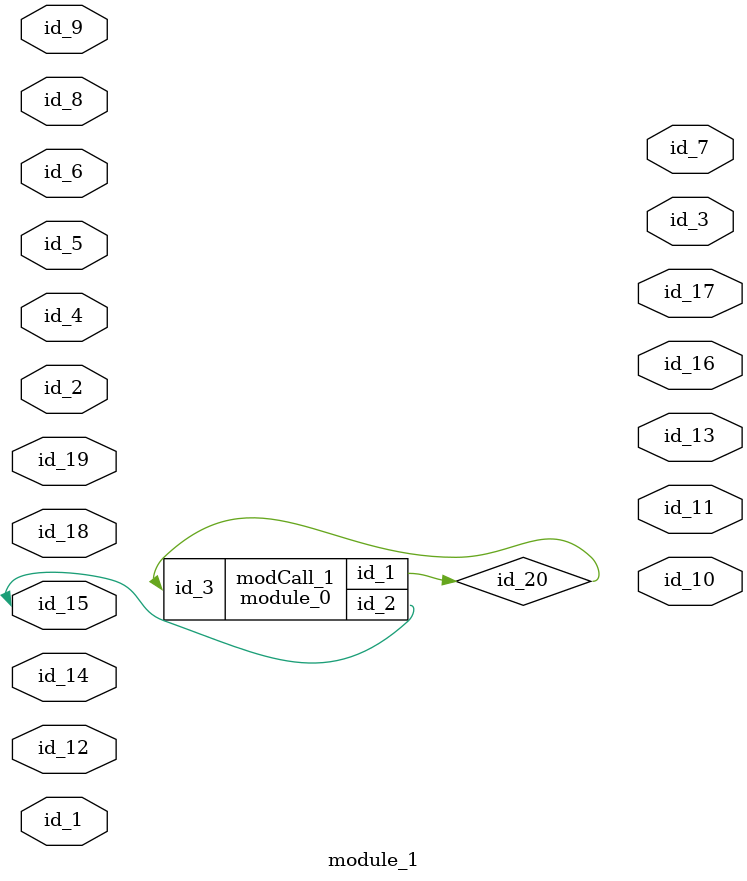
<source format=v>
module module_0 (
    id_1,
    id_2,
    id_3
);
  input wire id_3;
  inout wire id_2;
  output wire id_1;
  wire id_4;
  assign id_2 = -1;
  assign id_1 = id_4;
endmodule
module module_1 (
    id_1,
    id_2,
    id_3,
    id_4,
    id_5,
    id_6,
    id_7,
    id_8,
    id_9,
    id_10,
    id_11,
    id_12,
    id_13,
    id_14,
    id_15,
    id_16,
    id_17,
    id_18,
    id_19
);
  inout wire id_19;
  input wire id_18;
  output wire id_17;
  output wire id_16;
  inout wire id_15;
  input wire id_14;
  output wire id_13;
  input wire id_12;
  output wire id_11;
  output wire id_10;
  inout wire id_9;
  input wire id_8;
  output wire id_7;
  inout wire id_6;
  input wire id_5;
  inout wire id_4;
  output wire id_3;
  inout wire id_2;
  input wire id_1;
  wire id_20;
  module_0 modCall_1 (
      id_20,
      id_15,
      id_20
  );
endmodule

</source>
